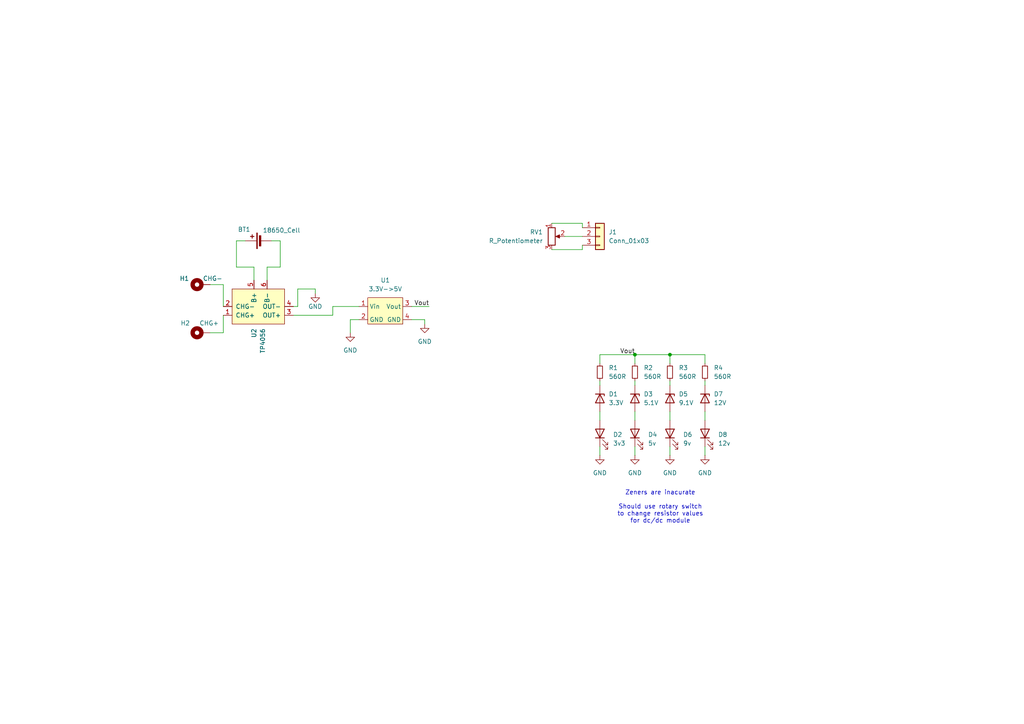
<source format=kicad_sch>
(kicad_sch (version 20231120) (generator "eeschema") (generator_version "8.0")
  (paper "A4")
  (lib_symbols
    (symbol "0_user_lib:DC-StepUp"
      (property "Reference" "U" (at 1.016 4.826 0))
      (property "Value" "3.3V->5V" (at 0 0 0))
      (symbol "DC-StepUp_1_1"
        (rectangle (start -5.08 3.81) (end 5.08 -3.81) (fill (type background)))
        (pin power_in line (at -7.62 1.27 0) (length 2.54) (name "Vin") (number "1"))
        (pin power_in line (at -7.62 -2.54 0) (length 2.54) (name "GND") (number "2"))
        (pin power_out line (at 7.62 1.27 180) (length 2.54) (name "Vout") (number "3"))
        (pin power_out line (at 7.62 -2.54 180) (length 2.54) (name "GND") (number "4"))
      )
    )
    (symbol "0_user_lib:TP4056" (pin_names (offset 1.016))
      (property "Reference" "U" (at -6.35 0 0))
      (property "Value" "TP4056" (at 3.81 0 0))
      (symbol "TP4056_0_1"
        (rectangle (start -7.62 -1.27) (end 7.62 -11.43) (fill (type background)))
      )
      (symbol "TP4056_1_1"
        (pin power_in line (at -10.16 -3.81 0) (length 2.54) (name "CHG+") (number "1"))
        (pin power_in line (at -10.16 -6.35 0) (length 2.54) (name "CHG-") (number "2"))
        (pin power_out line (at 10.16 -3.81 180) (length 2.54) (name "OUT+") (number "3"))
        (pin power_out line (at 10.16 -6.35 180) (length 2.54) (name "OUT-") (number "4"))
        (pin power_in line (at -1.27 -13.97 90) (length 2.54) (name "B+") (number "5"))
        (pin power_in line (at 2.54 -13.97 90) (length 2.54) (name "B-") (number "6"))
      )
    )
    (symbol "Connector_Generic:Conn_01x03" (pin_names (offset 1.016) hide)
      (property "Reference" "J" (at 0 5.08 0))
      (property "Value" "Conn_01x03" (at 0 -5.08 0))
      (symbol "Conn_01x03_1_1"
        (rectangle (start -1.27 -2.413) (end 0 -2.667) (stroke (width 0.1524)))
        (rectangle (start -1.27 0.127) (end 0 -0.127) (stroke (width 0.1524)))
        (rectangle (start -1.27 2.667) (end 0 2.413) (stroke (width 0.1524)))
        (rectangle (start -1.27 3.81) (end 1.27 -3.81) (stroke (width 0.254)) (fill (type background)))
        (pin passive line (at -5.08 2.54 0) (length 3.81) (name "Pin_1") (number "1"))
        (pin passive line (at -5.08 0 0) (length 3.81) (name "Pin_2") (number "2"))
        (pin passive line (at -5.08 -2.54 0) (length 3.81) (name "Pin_3") (number "3"))
      )
    )
    (symbol "Device:Battery_Cell" (pin_numbers hide) (pin_names (offset 0) hide)
      (property "Reference" "BT" (at 2.54 2.54 0))
      (property "Value" "Battery_Cell" (at 2.54 0 0))
      (symbol "Battery_Cell_0_1"
        (rectangle (start -2.286 1.778) (end 2.286 1.524) (fill (type outline)))
        (rectangle (start -1.524 1.016) (end 1.524 0.508) (fill (type outline)))
        (polyline (pts (xy 0 0.762) (xy 0 0)))
        (polyline (pts (xy 0 1.778) (xy 0 2.54)))
        (polyline (pts (xy 0.762 3.048) (xy 1.778 3.048)) (stroke (width 0.254)))
        (polyline (pts (xy 1.27 3.556) (xy 1.27 2.54)) (stroke (width 0.254)))
      )
      (symbol "Battery_Cell_1_1"
        (pin passive line (at 0 5.08 270) (length 2.54) (name "+") (number "1"))
        (pin passive line (at 0 -2.54 90) (length 2.54) (name "-") (number "2"))
      )
    )
    (symbol "Device:D_Zener" (pin_numbers hide) (pin_names (offset 1.016) hide)
      (property "Reference" "D" (at 0 2.54 0))
      (property "Value" "D_Zener" (at 0 -2.54 0))
      (symbol "D_Zener_0_1"
        (polyline (pts (xy 1.27 0) (xy -1.27 0)))
        (polyline (pts (xy -1.27 -1.27) (xy -1.27 1.27) (xy -0.762 1.27)) (stroke (width 0.254)))
        (polyline (pts (xy 1.27 -1.27) (xy 1.27 1.27) (xy -1.27 0) (xy 1.27 -1.27)) (stroke (width 0.254)))
      )
      (symbol "D_Zener_1_1"
        (pin passive line (at -3.81 0 0) (length 2.54) (name "K") (number "1"))
        (pin passive line (at 3.81 0 180) (length 2.54) (name "A") (number "2"))
      )
    )
    (symbol "Device:LED" (pin_numbers hide) (pin_names (offset 1.016) hide)
      (property "Reference" "D" (at 0 2.54 0))
      (property "Value" "LED" (at 0 -2.54 0))
      (symbol "LED_0_1"
        (polyline (pts (xy -1.27 -1.27) (xy -1.27 1.27)) (stroke (width 0.254)))
        (polyline (pts (xy -1.27 0) (xy 1.27 0)))
        (polyline (pts (xy 1.27 -1.27) (xy 1.27 1.27) (xy -1.27 0) (xy 1.27 -1.27)) (stroke (width 0.254)))
        (polyline (pts (xy -3.048 -0.762) (xy -4.572 -2.286) (xy -3.81 -2.286) (xy -4.572 -2.286) (xy -4.572 -1.524)))
        (polyline (pts (xy -1.778 -0.762) (xy -3.302 -2.286) (xy -2.54 -2.286) (xy -3.302 -2.286) (xy -3.302 -1.524)))
      )
      (symbol "LED_1_1"
        (pin passive line (at -3.81 0 0) (length 2.54) (name "K") (number "1"))
        (pin passive line (at 3.81 0 180) (length 2.54) (name "A") (number "2"))
      )
    )
    (symbol "Device:R_Potentiometer" (pin_names (offset 1.016) hide)
      (property "Reference" "RV" (at -4.445 0 90))
      (property "Value" "R_Potentiometer" (at -2.54 0 90))
      (symbol "R_Potentiometer_0_1"
        (polyline (pts (xy 2.54 0) (xy 1.524 0)))
        (polyline (pts (xy 1.143 0) (xy 2.286 0.508) (xy 2.286 -0.508) (xy 1.143 0)) (fill (type outline)))
        (rectangle (start 1.016 2.54) (end -1.016 -2.54) (stroke (width 0.254)))
      )
      (symbol "R_Potentiometer_1_1"
        (pin passive line (at 0 3.81 270) (length 1.27) (name "1") (number "1"))
        (pin passive line (at 3.81 0 180) (length 1.27) (name "2") (number "2"))
        (pin passive line (at 0 -3.81 90) (length 1.27) (name "3") (number "3"))
      )
    )
    (symbol "Device:R_Small" (pin_numbers hide) (pin_names (offset 0.254) hide)
      (property "Reference" "R" (at 0.762 0.508 0))
      (property "Value" "R_Small" (at 0.762 -1.016 0))
      (symbol "R_Small_0_1"
        (rectangle (start -0.762 1.778) (end 0.762 -1.778) (stroke (width 0.2032)))
      )
      (symbol "R_Small_1_1"
        (pin passive line (at 0 2.54 270) (length 0.762) (name "~") (number "1"))
        (pin passive line (at 0 -2.54 90) (length 0.762) (name "~") (number "2"))
      )
    )
    (symbol "Mechanical:MountingHole_Pad" (pin_numbers hide) (pin_names (offset 1.016) hide)
      (property "Reference" "H" (at 0 6.35 0))
      (property "Value" "MountingHole_Pad" (at 0 4.445 0))
      (symbol "MountingHole_Pad_0_1"
        (circle (center 0 1.27) (radius 1.27) (stroke (width 1.27)))
      )
      (symbol "MountingHole_Pad_1_1"
        (pin input line (at 0 -2.54 90) (length 2.54) (name "1") (number "1"))
      )
    )
    (symbol "power:GND" (power) (pin_numbers hide) (pin_names (offset 0) hide)
      (property "Value" "GND" (at 0 -3.81 0))
      (symbol "GND_0_1"
        (polyline (pts (xy 0 0) (xy 0 -1.27) (xy 1.27 -1.27) (xy 0 -2.54) (xy -1.27 -1.27) (xy 0 -1.27)))
      )
      (symbol "GND_1_1"
        (pin power_in line (at 0 0 270) (length 0) (name "~") (number "1"))
      )
    )
  )
  (junction (at 194.31 102.87))
  (junction (at 184.15 102.87))
  (wire (pts (xy 160.02 72.39) (xy 168.91 72.39)))
  (wire (pts (xy 204.47 129.54) (xy 204.47 132.08)))
  (wire (pts (xy 194.31 119.38) (xy 194.31 121.92)))
  (wire (pts (xy 160.02 64.77) (xy 168.91 64.77)))
  (wire (pts (xy 168.91 64.77) (xy 168.91 66.04)))
  (wire (pts (xy 184.15 102.87) (xy 184.15 105.41)))
  (wire (pts (xy 184.15 129.54) (xy 184.15 132.08)))
  (wire (pts (xy 104.14 88.9) (xy 96.52 88.9)))
  (wire (pts (xy 71.12 69.85) (xy 68.58 69.85)))
  (wire (pts (xy 81.28 69.85) (xy 78.74 69.85)))
  (wire (pts (xy 204.47 110.49) (xy 204.47 111.76)))
  (wire (pts (xy 163.83 68.58) (xy 168.91 68.58)))
  (wire (pts (xy 123.19 93.98) (xy 123.19 92.71)))
  (wire (pts (xy 60.96 96.52) (xy 64.77 96.52)))
  (wire (pts (xy 73.66 77.47) (xy 73.66 81.28)))
  (wire (pts (xy 168.91 72.39) (xy 168.91 71.12)))
  (wire (pts (xy 68.58 77.47) (xy 73.66 77.47)))
  (wire (pts (xy 86.36 88.9) (xy 85.09 88.9)))
  (wire (pts (xy 194.31 110.49) (xy 194.31 111.76)))
  (wire (pts (xy 81.28 77.47) (xy 77.47 77.47)))
  (wire (pts (xy 64.77 91.44) (xy 64.77 96.52)))
  (wire (pts (xy 204.47 102.87) (xy 204.47 105.41)))
  (wire (pts (xy 194.31 102.87) (xy 194.31 105.41)))
  (wire (pts (xy 91.44 85.09) (xy 91.44 83.82)))
  (wire (pts (xy 173.99 110.49) (xy 173.99 111.76)))
  (wire (pts (xy 184.15 110.49) (xy 184.15 111.76)))
  (wire (pts (xy 204.47 119.38) (xy 204.47 121.92)))
  (wire (pts (xy 77.47 77.47) (xy 77.47 81.28)))
  (wire (pts (xy 119.38 88.9) (xy 124.46 88.9)))
  (wire (pts (xy 104.14 92.71) (xy 101.6 92.71)))
  (wire (pts (xy 123.19 92.71) (xy 119.38 92.71)))
  (wire (pts (xy 173.99 129.54) (xy 173.99 132.08)))
  (wire (pts (xy 184.15 119.38) (xy 184.15 121.92)))
  (wire (pts (xy 64.77 88.9) (xy 64.77 82.55)))
  (wire (pts (xy 184.15 102.87) (xy 194.31 102.87)))
  (wire (pts (xy 96.52 88.9) (xy 96.52 91.44)))
  (wire (pts (xy 60.96 82.55) (xy 64.77 82.55)))
  (wire (pts (xy 86.36 83.82) (xy 86.36 88.9)))
  (wire (pts (xy 173.99 102.87) (xy 184.15 102.87)))
  (wire (pts (xy 81.28 69.85) (xy 81.28 77.47)))
  (wire (pts (xy 173.99 119.38) (xy 173.99 121.92)))
  (wire (pts (xy 194.31 102.87) (xy 204.47 102.87)))
  (wire (pts (xy 91.44 83.82) (xy 86.36 83.82)))
  (wire (pts (xy 101.6 92.71) (xy 101.6 96.52)))
  (wire (pts (xy 194.31 129.54) (xy 194.31 132.08)))
  (wire (pts (xy 96.52 91.44) (xy 85.09 91.44)))
  (wire (pts (xy 173.99 102.87) (xy 173.99 105.41)))
  (wire (pts (xy 68.58 69.85) (xy 68.58 77.47)))
  (text "Zeners are inacurate\n\nShould use rotary switch\nto change resistor values\nfor dc/dc module" (at 191.516 147.066 0) (effects (font (size 1.27 1.27))))
  (label "Vout" (at 124.46 88.9 180))
  (label "Vout" (at 184.15 102.87 180))
  (symbol (lib_id "Device:R_Small") (at 194.31 107.95 0) (unit 1)
    (property "Reference" "R3" (at 196.85 106.6799 0) (effects (justify left)))
    (property "Value" "560R" (at 196.85 109.2199 0) (effects (justify left)))
    (property "Footprint" "Resistor_SMD:R_0805_2012Metric" (effects (hide yes)))
    (property "Description" "Resistor, small symbol" (effects (hide yes)))
  )
  (symbol (lib_id "Device:D_Zener") (at 204.47 115.57 270) (unit 1)
    (property "Reference" "D7" (at 207.01 114.2999 90) (effects (justify left)))
    (property "Value" "12V" (at 207.01 116.8399 90) (effects (justify left)))
    (property "Footprint" "Diode_THT:D_DO-34_SOD68_P7.62mm_Horizontal" (effects (hide yes)))
    (property "Description" "Zener diode" (effects (hide yes)))
  )
  (symbol (lib_id "Device:D_Zener") (at 194.31 115.57 270) (unit 1)
    (property "Reference" "D5" (at 196.85 114.2999 90) (effects (justify left)))
    (property "Value" "9.1V" (at 196.85 116.8399 90) (effects (justify left)))
    (property "Footprint" "Diode_THT:D_DO-34_SOD68_P7.62mm_Horizontal" (effects (hide yes)))
    (property "Description" "Zener diode" (effects (hide yes)))
  )
  (symbol (lib_id "Device:Battery_Cell") (at 76.2 69.85 90) (unit 1)
    (property "Reference" "BT1" (at 72.644 66.548 90) (effects (justify left)))
    (property "Value" "18650_Cell" (at 87.122 66.802 90) (effects (justify left)))
    (property "Footprint" "Battery:BatteryHolder_MPD_BH-18650-PC2" (effects (hide yes)))
    (property "Description" "Single-cell battery" (effects (hide yes)))
  )
  (symbol (lib_id "Device:D_Zener") (at 184.15 115.57 270) (unit 1)
    (property "Reference" "D3" (at 186.69 114.2999 90) (effects (justify left)))
    (property "Value" "5.1V" (at 186.69 116.8399 90) (effects (justify left)))
    (property "Footprint" "Diode_THT:D_DO-34_SOD68_P7.62mm_Horizontal" (effects (hide yes)))
    (property "Description" "Zener diode" (effects (hide yes)))
  )
  (symbol (lib_id "power:GND") (at 123.19 93.98 0) (unit 1)
    (property "Reference" "#PWR05" (effects (hide yes)))
    (property "Value" "GND" (at 123.19 99.06 0))
    (property "Description" "Power symbol creates a global label with name \"GND\" , ground" (effects (hide yes)))
  )
  (symbol (lib_id "Device:LED") (at 173.99 125.73 90) (unit 1)
    (property "Reference" "D2" (at 177.8 126.0474 90) (effects (justify right)))
    (property "Value" "3v3" (at 177.8 128.5874 90) (effects (justify right)))
    (property "Footprint" "LED_SMD:LED_0805_2012Metric" (effects (hide yes)))
    (property "Description" "Light emitting diode" (effects (hide yes)))
  )
  (symbol (lib_id "Device:R_Potentiometer") (at 160.02 68.58 0) (unit 1)
    (property "Reference" "RV1" (at 157.48 67.3099 0) (effects (justify right)))
    (property "Value" "R_Potentiometer" (at 157.48 69.8499 0) (effects (justify right)))
    (property "Footprint" "Potentiometer_THT:Potentiometer_Alps_RK163_Single_Horizontal" (effects (hide yes)))
    (property "Description" "Potentiometer" (effects (hide yes)))
  )
  (symbol (lib_id "Mechanical:MountingHole_Pad") (at 58.42 96.52 90) (unit 1)
    (property "Reference" "H2" (at 55.118 93.726 90) (effects (justify left)))
    (property "Value" "CHG+" (at 63.5 93.726 90) (effects (justify left)))
    (property "Footprint" "MountingHole:MountingHole_3.2mm_M3_Pad" (effects (hide yes)))
    (property "Description" "Mounting Hole with connection" (effects (hide yes)))
  )
  (symbol (lib_id "0_user_lib:TP4056") (at 74.93 95.25 0) (mirror x) (unit 1)
    (property "Reference" "U2" (at 73.6599 95.25 90) (effects (justify left)))
    (property "Value" "TP4056" (at 76.1999 95.25 90) (effects (justify left)))
    (property "Footprint" "0_user_lib:TP4056-Module" (effects (hide yes)))
    (property "Description" "Li-Ion 1-cell battery protection IC" (effects (hide yes)))
  )
  (symbol (lib_id "power:GND") (at 173.99 132.08 0) (unit 1)
    (property "Reference" "#PWR01" (effects (hide yes)))
    (property "Value" "GND" (at 173.99 137.16 0))
    (property "Description" "Power symbol creates a global label with name \"GND\" , ground" (effects (hide yes)))
  )
  (symbol (lib_id "Device:R_Small") (at 184.15 107.95 0) (unit 1)
    (property "Reference" "R2" (at 186.69 106.6799 0) (effects (justify left)))
    (property "Value" "560R" (at 186.69 109.2199 0) (effects (justify left)))
    (property "Footprint" "Resistor_SMD:R_0805_2012Metric" (effects (hide yes)))
    (property "Description" "Resistor, small symbol" (effects (hide yes)))
  )
  (symbol (lib_id "Device:LED") (at 204.47 125.73 90) (unit 1)
    (property "Reference" "D8" (at 208.28 126.0474 90) (effects (justify right)))
    (property "Value" "12v" (at 208.28 128.5874 90) (effects (justify right)))
    (property "Footprint" "LED_SMD:LED_0805_2012Metric" (effects (hide yes)))
    (property "Description" "Light emitting diode" (effects (hide yes)))
  )
  (symbol (lib_id "Device:R_Small") (at 173.99 107.95 0) (unit 1)
    (property "Reference" "R1" (at 176.53 106.6799 0) (effects (justify left)))
    (property "Value" "560R" (at 176.53 109.2199 0) (effects (justify left)))
    (property "Footprint" "Resistor_SMD:R_0805_2012Metric" (effects (hide yes)))
    (property "Description" "Resistor, small symbol" (effects (hide yes)))
  )
  (symbol (lib_id "Device:LED") (at 184.15 125.73 90) (unit 1)
    (property "Reference" "D4" (at 187.96 126.0474 90) (effects (justify right)))
    (property "Value" "5v" (at 187.96 128.5874 90) (effects (justify right)))
    (property "Footprint" "LED_SMD:LED_0805_2012Metric" (effects (hide yes)))
    (property "Description" "Light emitting diode" (effects (hide yes)))
  )
  (symbol (lib_id "Mechanical:MountingHole_Pad") (at 58.42 82.55 90) (unit 1)
    (property "Reference" "H1" (at 54.864 80.772 90) (effects (justify left)))
    (property "Value" "CHG-" (at 64.516 80.772 90) (effects (justify left)))
    (property "Footprint" "MountingHole:MountingHole_3.2mm_M3_Pad" (effects (hide yes)))
    (property "Description" "Mounting Hole with connection" (effects (hide yes)))
  )
  (symbol (lib_id "power:GND") (at 101.6 96.52 0) (unit 1)
    (property "Reference" "#PWR06" (effects (hide yes)))
    (property "Value" "GND" (at 101.6 101.6 0))
    (property "Description" "Power symbol creates a global label with name \"GND\" , ground" (effects (hide yes)))
  )
  (symbol (lib_id "power:GND") (at 194.31 132.08 0) (unit 1)
    (property "Reference" "#PWR03" (effects (hide yes)))
    (property "Value" "GND" (at 194.31 137.16 0))
    (property "Description" "Power symbol creates a global label with name \"GND\" , ground" (effects (hide yes)))
  )
  (symbol (lib_id "Device:D_Zener") (at 173.99 115.57 270) (unit 1)
    (property "Reference" "D1" (at 176.53 114.2999 90) (effects (justify left)))
    (property "Value" "3.3V" (at 176.53 116.8399 90) (effects (justify left)))
    (property "Footprint" "Diode_THT:D_DO-34_SOD68_P7.62mm_Horizontal" (effects (hide yes)))
    (property "Description" "Zener diode" (effects (hide yes)))
  )
  (symbol (lib_id "Device:LED") (at 194.31 125.73 90) (unit 1)
    (property "Reference" "D6" (at 198.12 126.0474 90) (effects (justify right)))
    (property "Value" "9v" (at 198.12 128.5874 90) (effects (justify right)))
    (property "Footprint" "LED_SMD:LED_0805_2012Metric" (effects (hide yes)))
    (property "Description" "Light emitting diode" (effects (hide yes)))
  )
  (symbol (lib_id "power:GND") (at 184.15 132.08 0) (unit 1)
    (property "Reference" "#PWR02" (effects (hide yes)))
    (property "Value" "GND" (at 184.15 137.16 0))
    (property "Description" "Power symbol creates a global label with name \"GND\" , ground" (effects (hide yes)))
  )
  (symbol (lib_id "power:GND") (at 204.47 132.08 0) (unit 1)
    (property "Reference" "#PWR04" (effects (hide yes)))
    (property "Value" "GND" (at 204.47 137.16 0))
    (property "Description" "Power symbol creates a global label with name \"GND\" , ground" (effects (hide yes)))
  )
  (symbol (lib_id "Connector_Generic:Conn_01x03") (at 173.99 68.58 0) (unit 1)
    (property "Reference" "J1" (at 176.53 67.3099 0) (effects (justify left)))
    (property "Value" "Conn_01x03" (at 176.53 69.8499 0) (effects (justify left)))
    (property "Footprint" "Connector_PinSocket_2.54mm:PinSocket_1x03_P2.54mm_Vertical" (effects (hide yes)))
    (property "Description" "Generic connector, single row, 01x03, script generated (kicad-library-utils/schlib/autogen/connector/)" (effects (hide yes)))
  )
  (symbol (lib_id "Device:R_Small") (at 204.47 107.95 0) (unit 1)
    (property "Reference" "R4" (at 207.01 106.6799 0) (effects (justify left)))
    (property "Value" "560R" (at 207.01 109.2199 0) (effects (justify left)))
    (property "Footprint" "Resistor_SMD:R_0805_2012Metric" (effects (hide yes)))
    (property "Description" "Resistor, small symbol" (effects (hide yes)))
  )
  (symbol (lib_id "0_user_lib:DC-StepUp") (at 111.76 90.17 0) (unit 1)
    (property "Reference" "U1" (at 111.76 81.28 0))
    (property "Value" "3.3V->5V" (at 111.76 83.82 0))
    (property "Footprint" "0_user_lib:DCDC_StepUp" (effects (hide yes)))
    (property "Description" "DC/DC step Up module from Aliexpress" (effects (hide yes)))
  )
  (symbol (lib_id "power:GND") (at 91.44 85.09 0) (unit 1)
    (property "Reference" "#PWR07" (effects (hide yes)))
    (property "Value" "GND" (at 91.44 88.9 0))
    (property "Description" "Power symbol creates a global label with name \"GND\" , ground" (effects (hide yes)))
  )
)
</source>
